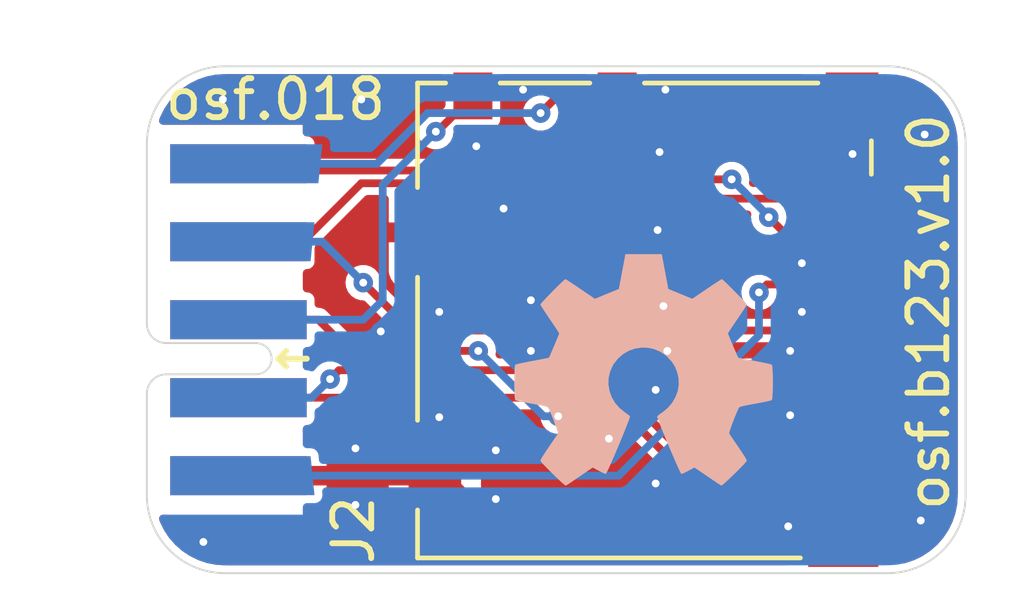
<source format=kicad_pcb>
(kicad_pcb (version 20211014) (generator pcbnew)
  (layers (0 "F.Cu" signal) (31 "B.Cu" signal) (34 "B.Paste" user) (35 "F.Paste" user) (36 "B.SilkS" user "B.Silkscreen") (37 "F.SilkS" user "F.Silkscreen") (38 "B.Mask" user) (39 "F.Mask" user) (44 "Edge.Cuts" user))
  (net 0 "")
  (net 1 "GND")
  (net 2 "/sd/SD0")
  (net 3 "/sd/SD1")
  (net 4 "/sd/SD2")
  (net 5 "/sd/SD3")
  (net 6 "/sd/CS")
  (net 7 "/sd/SCLK")
  (net 8 "/sd/SW0")
  (net 9 "/sd/3.3V")
  (net 10 "/sd/SW1")
  (footprint "on_edge:on_edge_2x05_host" (layer "F.Cu") (at 140 96.5 90)
    (fp_text reference "J1")
    (fp_text value "018_QSPI")
    (fp_line (start -0.8 3.573) (end -1 3.373) (layer "F.SilkS") (width 0.153))
    (fp_line (start -1 4.1) (end -1 3.373) (layer "F.SilkS") (width 0.153))
    (fp_line (start -1 3.373) (end -1.2 3.573) (layer "F.SilkS") (width 0.153))
    (fp_line (start -4 0) (end -1.9 0) (layer "Edge.Cuts") (width 0.05))
    (fp_line (start -0.1 0) (end 4 0) (layer "Edge.Cuts") (width 0.05))
    (fp_line (start -1.4 0.5) (end -1.4 2.8) (layer "Edge.Cuts") (width 0.05))
    (fp_line (start -0.6 2.8) (end -0.6 0.5) (layer "Edge.Cuts") (width 0.05))
    (fp_arc (start -1.9 0) (mid -1.546447 0.146447) (end -1.4 0.5) (layer "Edge.Cuts") (width 0.05))
    (fp_arc (start -0.6 2.8) (mid -1 3.2) (end -1.4 2.8) (layer "Edge.Cuts") (width 0.05))
    (fp_arc (start -0.6 0.5) (mid -0.453553 0.146447) (end -0.1 0) (layer "Edge.Cuts") (width 0.05))
    (pad "1" smd rect (at -4 2.35 90) (size 1 3.5) (layers "F.Cu" "F.Mask") (net 1 "GND"))
    (pad "2" smd rect (at -2 2.35 90) (size 1 3.5) (layers "F.Cu" "F.Mask") (net 2 "/sd/SD0"))
    (pad "3" smd rect (at 0 2.35 90) (size 1 3.5) (layers "F.Cu" "F.Mask") (net 3 "/sd/SD1"))
    (pad "4" smd rect (at 2 2.35 90) (size 1 3.5) (layers "F.Cu" "F.Mask") (net 4 "/sd/SD2"))
    (pad "5" smd rect (at 4 2.35 90) (size 1 3.5) (layers "F.Cu" "F.Mask") (net 5 "/sd/SD3"))
    (pad "6" smd custom (at -4 2.4 270) (size 1 3.6) (layers "B.Cu" "B.Mask") (net 6 "/sd/CS") (options (clearance outline) (anchor rect)) (primitives (gr_poly (pts (xy 0.5 -1.8) (xy -0.5 -1.8) (xy 0.5 -1.9)) (width 0) (fill yes))))
    (pad "7" smd rect (at -2 2.35 270) (size 1 3.5) (layers "B.Cu" "B.Mask") (net 7 "/sd/SCLK"))
    (pad "8" smd rect (at 0 2.35 270) (size 1 3.5) (layers "B.Cu" "B.Mask") (net 8 "/sd/SW0"))
    (pad "9" smd custom (at 2 2.4 270) (size 1 3.6) (layers "B.Cu" "B.Mask") (net 9 "/sd/3.3V") (options (clearance outline) (anchor rect)) (primitives (gr_poly (pts (xy 0.5 -1.8) (xy -0.5 -1.8) (xy -0.5 -1.9)) (width 0) (fill yes))))
    (pad "10" smd custom (at 4 2.5 270) (size 1 3.8) (layers "B.Cu" "B.Mask") (net 10 "/sd/SW1") (options (clearance outline) (anchor rect)) (primitives (gr_poly (pts (xy 0.5 -1.9) (xy -0.5 -1.9) (xy -0.5 -2)) (width 0) (fill yes))))
    (zone (net 0) (net_name "") (layers F&B.Cu) (connect_pads (clearance 0)) (min_thickness 0.254)
      (keepout (tracks allowed) (vias not_allowed) (pads allowed) (copperpour not_allowed) (footprints not_allowed))
      (fill (thermal_gap 0.508) (thermal_bridge_width 0.508))
      (polygon (pts (xy 144 91.5) (xy 144 101.5) (xy 140 101.5) (xy 140 91.5)))
    )
  )
  (footprint "Connector_Card:microSD_HC_Molex_104031-0811" (layer "F.Cu") (at 152.7625 96.5 -90)
    (fp_text reference "J2" (at 5.4 7.4625 90) (layer "F.SilkS"))
    (fp_text value "Micro_SD_Card_Det")
    (fp_line (start -6.07 1.4) (end -6.07 3.7) (layer "F.SilkS") (width 0.12))
    (fp_line (start -6.07 5.82) (end -3.39 5.82) (layer "F.SilkS") (width 0.12))
    (fp_line (start 6.11 5.82) (end 6.11 -4) (layer "F.SilkS") (width 0.12))
    (fp_line (start 4.88 5.82) (end 6.11 5.82) (layer "F.SilkS") (width 0.12))
    (fp_line (start -4.59 -5.82) (end -3.73 -5.82) (layer "F.SilkS") (width 0.12))
    (fp_line (start -6.07 5.1) (end -6.07 5.82) (layer "F.SilkS") (width 0.12))
    (fp_line (start -6.07 -4.45) (end -6.07 0) (layer "F.SilkS") (width 0.12))
    (fp_line (start -1.09 5.82) (end 2.58 5.82) (layer "F.SilkS") (width 0.12))
    (pad "1" smd rect (at -3.105 -5.45 270) (size 0.85 1.1) (layers "F.Cu" "F.Paste" "F.Mask") (net 4 "/sd/SD2"))
    (pad "2" smd rect (at -2.005 -5.45 270) (size 0.85 1.1) (layers "F.Cu" "F.Paste" "F.Mask") (net 5 "/sd/SD3"))
    (pad "3" smd rect (at -0.905 -5.45 270) (size 0.85 1.1) (layers "F.Cu" "F.Paste" "F.Mask") (net 6 "/sd/CS"))
    (pad "4" smd rect (at 0.195 -5.45 270) (size 0.85 1.1) (layers "F.Cu" "F.Paste" "F.Mask") (net 9 "/sd/3.3V"))
    (pad "5" smd rect (at 1.295 -5.45 270) (size 0.85 1.1) (layers "F.Cu" "F.Paste" "F.Mask") (net 7 "/sd/SCLK"))
    (pad "6" smd rect (at 2.395 -5.45 270) (size 0.85 1.1) (layers "F.Cu" "F.Paste" "F.Mask") (net 1 "GND"))
    (pad "7" smd rect (at 3.495 -5.45 270) (size 0.85 1.1) (layers "F.Cu" "F.Paste" "F.Mask") (net 2 "/sd/SD0"))
    (pad "8" smd rect (at 4.545 -5.45 270) (size 0.75 1.1) (layers "F.Cu" "F.Paste" "F.Mask") (net 3 "/sd/SD1"))
    (pad "9" smd rect (at -5.74 0.7 270) (size 1.2 1) (layers "F.Cu" "F.Paste" "F.Mask") (net 10 "/sd/SW1"))
    (pad "10" smd rect (at -5.74 4.4 270) (size 1.2 1) (layers "F.Cu" "F.Paste" "F.Mask") (net 8 "/sd/SW0"))
    (pad "11" smd rect (at -5.565 -5.325 270) (size 1.55 1.35) (layers "F.Cu" "F.Paste" "F.Mask") (net 1 "GND"))
    (pad "11" smd rect (at 5.755 -5.1 270) (size 1.17 1.8) (layers "F.Cu" "F.Paste" "F.Mask") (net 1 "GND"))
    (pad "11" smd rect (at 3.73 5.375 270) (size 1.9 1.35) (layers "F.Cu" "F.Paste" "F.Mask") (net 1 "GND"))
    (pad "11" smd rect (at -2.24 5.375 270) (size 1.9 1.35) (layers "F.Cu" "F.Paste" "F.Mask") (net 1 "GND"))
  )
  (footprint "Symbol:OSHW-Symbol_6.7x6mm_SilkScreen" (layer "B.Cu") (at 152.75 97.8 180)
    (fp_text reference "LOGO1" hide)
    (fp_text value "Logo_Open_Hardware_Small" hide)
    (fp_poly (pts (xy 0.555814 2.531069) (xy 0.639635 2.086445) (xy 0.94892 1.958947) (xy 1.258206 1.831449) (xy 1.629246 2.083754) (xy 1.733157 2.154004) (xy 1.827087 2.216728) (xy 1.906652 2.269062) (xy 1.96747 2.308143) (xy 2.005157 2.331107) (xy 2.015421 2.336058) (xy 2.03391 2.323324) (xy 2.07342 2.288118) (xy 2.129522 2.234938) (xy 2.197787 2.168282) (xy 2.273786 2.092646) (xy 2.353092 2.012528) (xy 2.431275 1.932426) (xy 2.503907 1.856836) (xy 2.566559 1.790255) (xy 2.614803 1.737182) (xy 2.64421 1.702113) (xy 2.651241 1.690377) (xy 2.641123 1.66874) (xy 2.612759 1.621338) (xy 2.569129 1.552807) (xy 2.513218 1.467785) (xy 2.448006 1.370907) (xy 2.410219 1.31565) (xy 2.341343 1.214752) (xy 2.28014 1.123701) (xy 2.229578 1.04703) (xy 2.192628 0.989272) (xy 2.172258 0.954957) (xy 2.169197 0.947746) (xy 2.176136 0.927252) (xy 2.195051 0.879487) (xy 2.223087 0.811168) (xy 2.257391 0.729011) (xy 2.295109 0.63973) (xy 2.333387 0.550042) (xy 2.36937 0.466662) (xy 2.400206 0.396306) (xy 2.423039 0.34569) (xy 2.435017 0.321529) (xy 2.435724 0.320578) (xy 2.454531 0.315964) (xy 2.504618 0.305672) (xy 2.580793 0.290713) (xy 2.677865 0.272099) (xy 2.790643 0.250841) (xy 2.856442 0.238582) (xy 2.97695 0.215638) (xy 3.085797 0.193805) (xy 3.177476 0.174278) (xy 3.246481 0.158252) (xy 3.287304 0.146921) (xy 3.295511 0.143326) (xy 3.303548 0.118994) (xy 3.310033 0.064041) (xy 3.31497 -0.015108) (xy 3.318364 -0.112026) (xy 3.320218 -0.220287) (xy 3.320538 -0.333465) (xy 3.319327 -0.445135) (xy 3.31659 -0.548868) (xy 3.312331 -0.638241) (xy 3.306555 -0.706826) (xy 3.299267 -0.748197) (xy 3.294895 -0.75681) (xy 3.268764 -0.767133) (xy 3.213393 -0.781892) (xy 3.136107 -0.799352) (xy 3.04423 -0.81778) (xy 3.012158 -0.823741) (xy 2.857524 -0.852066) (xy 2.735375 -0.874876) (xy 2.641673 -0.89308) (xy 2.572384 -0.907583) (xy 2.523471 -0.919292) (xy 2.490897 -0.929115) (xy 2.470628 -0.937956) (xy 2.458626 -0.946724) (xy 2.456947 -0.948457) (xy 2.440184 -0.976371) (xy 2.414614 -1.030695) (xy 2.382788 -1.104777) (xy 2.34726 -1.191965) (xy 2.310583 -1.285608) (xy 2.275311 -1.379052) (xy 2.243996 -1.465647) (xy 2.219193 -1.53874) (xy 2.203454 -1.591678) (xy 2.199332 -1.617811) (xy 2.199676 -1.618726) (xy 2.213641 -1.640086) (xy 2.245322 -1.687084) (xy 2.291391 -1.754827) (xy 2.348518 -1.838423) (xy 2.413373 -1.932982) (xy 2.431843 -1.959854) (xy 2.497699 -2.057275) (xy 2.55565 -2.146163) (xy 2.602538 -2.221412) (xy 2.635207 -2.27792) (xy 2.6505 -2.310581) (xy 2.651241 -2.314593) (xy 2.638392 -2.335684) (xy 2.602888 -2.377464) (xy 2.549293 -2.435445) (xy 2.482171 -2.505135) (xy 2.406087 -2.582045) (xy 2.325604 -2.661683) (xy 2.245287 -2.739561) (xy 2.169699 -2.811186) (xy 2.103405 -2.87207) (xy 2.050969 -2.917721) (xy 2.016955 -2.94365) (xy 2.007545 -2.947883) (xy 1.985643 -2.937912) (xy 1.9408 -2.91102) (xy 1.880321 -2.871736) (xy 1.833789 -2.840117) (xy 1.749475 -2.782098) (xy 1.649626 -2.713784) (xy 1.549473 -2.645579) (xy 1.495627 -2.609075) (xy 1.313371 -2.4858) (xy 1.160381 -2.56852) (xy 1.090682 -2.604759) (xy 1.031414 -2.632926) (xy 0.991311 -2.648991) (xy 0.981103 -2.651226) (xy 0.968829 -2.634722) (xy 0.944613 -2.588082) (xy 0.910263 -2.515609) (xy 0.867588 -2.421606) (xy 0.818394 -2.310374) (xy 0.76449 -2.186215) (xy 0.707684 -2.053432) (xy 0.649782 -1.916327) (xy 0.592593 -1.779202) (xy 0.537924 -1.646358) (xy 0.487584 -1.522098) (xy 0.44338 -1.410725) (xy 0.407119 -1.316539) (xy 0.380609 -1.243844) (xy 0.365658 -1.196941) (xy 0.363254 -1.180833) (xy 0.382311 -1.160286) (xy 0.424036 -1.126933) (xy 0.479706 -1.087702) (xy 0.484378 -1.084599) (xy 0.628264 -0.969423) (xy 0.744283 -0.835053) (xy 0.83143 -0.685784) (xy 0.888699 -0.525913) (xy 0.915086 -0.359737) (xy 0.909585 -0.191552) (xy 0.87119 -0.025655) (xy 0.798895 0.133658) (xy 0.777626 0.168513) (xy 0.666996 0.309263) (xy 0.536302 0.422286) (xy 0.390064 0.506997) (xy 0.232808 0.562806) (xy 0.069057 0.589126) (xy -0.096667 0.58537) (xy -0.259838 0.55095) (xy -0.415935 0.485277) (xy -0.560433 0.387765) (xy -0.605131 0.348187) (xy -0.718888 0.224297) (xy -0.801782 0.093876) (xy -0.858644 -0.052315) (xy -0.890313 -0.197088) (xy -0.898131 -0.35986) (xy -0.872062 -0.52344) (xy -0.814755 -0.682298) (xy -0.728856 -0.830906) (xy -0.617014 -0.963735) (xy -0.481877 -1.075256) (xy -0.464117 -1.087011) (xy -0.40785 -1.125508) (xy -0.365077 -1.158863) (xy -0.344628 -1.18016) (xy -0.344331 -1.180833) (xy -0.348721 -1.203871) (xy -0.366124 -1.256157) (xy -0.394732 -1.33339) (xy -0.432735 -1.431268) (xy -0.478326 -1.545491) (xy -0.529697 -1.671758) (xy -0.585038 -1.805767) (xy -0.642542 -1.943218) (xy -0.700399 -2.079808) (xy -0.756802 -2.211237) (xy -0.809942 -2.333205) (xy -0.85801 -2.441409) (xy -0.899199 -2.531549) (xy -0.931699 -2.599323) (xy -0.953703 -2.64043) (xy -0.962564 -2.651226) (xy -0.98964 -2.642819) (xy -1.040303 -2.620272) (xy -1.105817 -2.587613) (xy -1.141841 -2.56852) (xy -1.294832 -2.4858) (xy -1.477088 -2.609075) (xy -1.570125 -2.672228) (xy -1.671985 -2.741727) (xy -1.767438 -2.807165) (xy -1.81525 -2.840117) (xy -1.882495 -2.885273) (xy -1.939436 -2.921057) (xy -1.978646 -2.942938) (xy -1.991381 -2.947563) (xy -2.009917 -2.935085) (xy -2.050941 -2.900252) (xy -2.110475 -2.846678) (xy -2.184542 -2.777983) (xy -2.269165 -2.697781) (xy -2.322685 -2.646286) (xy -2.416319 -2.554286) (xy -2.497241 -2.471999) (xy -2.562177 -2.402945) (xy -2.607858 -2.350644) (xy -2.631011 -2.318616) (xy -2.633232 -2.312116) (xy -2.622924 -2.287394) (xy -2.594439 -2.237405) (xy -2.550937 -2.167212) (xy -2.495577 -2.081875) (xy -2.43152 -1.986456) (xy -2.413303 -1.959854) (xy -2.346927 -1.863167) (xy -2.287378 -1.776117) (xy -2.237984 -1.703595) (xy -2.202075 -1.650493) (xy -2.182981 -1.621703) (xy -2.181136 -1.618726) (xy -2.183895 -1.595782) (xy -2.198538 -1.545336) (xy -2.222513 -1.474041) (xy -2.253266 -1.388547) (xy -2.288244 -1.295507) (xy -2.324893 -1.201574) (xy -2.360661 -1.113399) (xy -2.392994 -1.037634) (xy -2.419338 -0.980931) (xy -2.437142 -0.949943) (xy -2.438407 -0.948457) (xy -2.449294 -0.939601) (xy -2.467682 -0.930843) (xy -2.497606 -0.921277) (xy -2.543103 -0.909996) (xy -2.608209 -0.896093) (xy -2.696961 -0.878663) (xy -2.813393 -0.856798) (xy -2.961542 -0.829591) (xy -2.993618 -0.823741) (xy -3.088686 -0.805374) (xy -3.171565 -0.787405) (xy -3.23493 -0.771569) (xy -3.271458 -0.7596) (xy -3.276356 -0.75681) (xy -3.284427 -0.732072) (xy -3.290987 -0.67679) (xy -3.296033 -0.597389) (xy -3.299559 -0.500296) (xy -3.301561 -0.391938) (xy -3.302036 -0.27874) (xy -3.300977 -0.167128) (xy -3.298382 -0.063529) (xy -3.294246 0.025632) (xy -3.288563 0.093928) (xy -3.281331 0.134934) (xy -3.276971 0.143326) (xy -3.252698 0.151792) (xy -3.197426 0.165565) (xy -3.116662 0.18345) (xy -3.015912 0.204252) (xy -2.900683 0.226777) (xy -2.837902 0.238582) (xy -2.718787 0.260849) (xy -2.612565 0.281021) (xy -2.524427 0.298085) (xy -2.459566 0.311031) (xy -2.423174 0.318845) (xy -2.417184 0.320578) (xy -2.407061 0.34011) (xy -2.385662 0.387157) (xy -2.355839 0.454997) (xy -2.320445 0.536909) (xy -2.282332 0.626172) (xy -2.244353 0.716065) (xy -2.20936 0.799865) (xy -2.180206 0.870853) (xy -2.159743 0.922306) (xy -2.150823 0.947503) (xy -2.150657 0.948604) (xy -2.160769 0.968481) (xy -2.189117 1.014223) (xy -2.232723 1.081283) (xy -2.288606 1.165116) (xy -2.353787 1.261174) (xy -2.391679 1.31635) (xy -2.460725 1.417519) (xy -2.52205 1.50937) (xy -2.572663 1.587256) (xy -2.609571 1.646531) (xy -2.629782 1.682549) (xy -2.632701 1.690623) (xy -2.620153 1.709416) (xy -2.585463 1.749543) (xy -2.533063 1.806507) (xy -2.467384 1.875815) (xy -2.392856 1.952969) (xy -2.313913 2.033475) (xy -2.234983 2.112837) (xy -2.1605 2.18656) (xy -2.094894 2.250148) (xy -2.042596 2.299106) (xy -2.008039 2.328939) (xy -1.996478 2.336058) (xy -1.977654 2.326047) (xy -1.932631 2.297922) (xy -1.865787 2.254546) (xy -1.781499 2.198782) (xy -1.684144 2.133494) (xy -1.610707 2.083754) (xy -1.239667 1.831449) (xy -0.621095 2.086445) (xy -0.537275 2.531069) (xy -0.453454 2.975693) (xy 0.471994 2.975693) (xy 0.555814 2.531069)) (layer "B.SilkS") (width 0.01) (fill solid))
  )
  (gr_line (start 142 90) (end 159 90) (layer "Edge.Cuts") (width 0.05))
  (gr_line (start 140 92.5) (end 140 92) (layer "Edge.Cuts") (width 0.05))
  (gr_arc (start 161 101) (mid 160.414214 102.414214) (end 159 103) (layer "Edge.Cuts") (width 0.05))
  (gr_line (start 159 103) (end 142 103) (layer "Edge.Cuts") (width 0.05))
  (gr_arc (start 159 90) (mid 160.414214 90.585786) (end 161 92) (layer "Edge.Cuts") (width 0.05))
  (gr_line (start 140 101) (end 140 100.5) (layer "Edge.Cuts") (width 0.05))
  (gr_arc (start 142 103) (mid 140.585786 102.414214) (end 140 101) (layer "Edge.Cuts") (width 0.05))
  (gr_line (start 161 101) (end 161 92) (layer "Edge.Cuts") (width 0.05))
  (gr_arc (start 140 92) (mid 140.585786 90.585786) (end 142 90) (layer "Edge.Cuts") (width 0.05))
  (gr_text "osf.b123.v1.0" (at 160.05 96.3 90) (layer "F.SilkS") (effects (font (size 1 1))))
  (gr_text "osf.018" (at 143.3 90.85) (layer "F.SilkS") (effects (font (size 1 1))))
  (segment (start 147.5 100.1175) (end 147.3875 100.23) (width 0.5) (layer "F.Cu") (net 1))
  (segment (start 142.35 100.5) (end 147.1175 100.5) (width 0.5) (layer "F.Cu") (net 1))
  (segment (start 158.0875 90.935) (end 158.0875 92.2375) (width 0.5) (layer "F.Cu") (net 1))
  (segment (start 147.3875 94.26) (end 147.3875 96.1875) (width 0.5) (layer "F.Cu") (net 1))
  (segment (start 156.905 102.255) (end 156.45 101.8) (width 0.5) (layer "F.Cu") (net 1))
  (segment (start 156.5 98.95) (end 158.1575 98.95) (width 0.5) (layer "F.Cu") (net 1))
  (segment (start 147.3875 96.1875) (end 147.5 96.3) (width 0.5) (layer "F.Cu") (net 1))
  (segment (start 157.8625 102.255) (end 156.905 102.255) (width 0.5) (layer "F.Cu") (net 1))
  (segment (start 147.1175 100.5) (end 147.3875 100.23) (width 0.5) (layer "F.Cu") (net 1))
  (segment (start 158.1575 98.95) (end 158.2125 98.895) (width 0.5) (layer "F.Cu") (net 1))
  (segment (start 149.255 102.255) (end 157.8625 102.255) (width 0.5) (layer "F.Cu") (net 1))
  (segment (start 147.3875 100.23) (end 147.3875 100.3875) (width 0.5) (layer "F.Cu") (net 1))
  (segment (start 147.3875 100.3875) (end 149.255 102.255) (width 0.5) (layer "F.Cu") (net 1))
  (segment (start 158.0875 92.2375) (end 158.1 92.25) (width 0.5) (layer "F.Cu") (net 1))
  (segment (start 147.5 99) (end 147.5 100.1175) (width 0.5) (layer "F.Cu") (net 1))
  (via (at 153.3 90.6) (size 0.5) (drill 0.2) (layers "F.Cu" "B.Cu") (net 1))
  (via (at 147.5 96.3) (size 0.5) (drill 0.2) (layers "F.Cu" "B.Cu") (net 1))
  (via (at 158.1 92.25) (size 0.5) (drill 0.2) (layers "F.Cu" "B.Cu") (net 1))
  (via (at 156.45 101.8) (size 0.5) (drill 0.2) (layers "F.Cu" "B.Cu") (net 1))
  (via (at 145.5 90.85) (size 0.5) (drill 0.2) (layers "F.Cu" "B.Cu") (net 1))
  (via (at 141.45 102.2) (size 0.5) (drill 0.2) (layers "F.Cu" "B.Cu") (net 1))
  (via (at 159.95 91.75) (size 0.5) (drill 0.2) (layers "F.Cu" "B.Cu") (net 1))
  (via (at 151.85 99.55) (size 0.5) (drill 0.2) (layers "F.Cu" "B.Cu") (net 1))
  (via (at 153.35 97.3) (size 0.5) (drill 0.2) (layers "F.Cu" "B.Cu") (net 1))
  (via (at 153.05 100.7) (size 0.5) (drill 0.2) (layers "F.Cu" "B.Cu") (net 1))
  (via (at 145.35 101.25) (size 0.5) (drill 0.2) (layers "F.Cu" "B.Cu") (net 1))
  (via (at 156.8 95.05) (size 0.5) (drill 0.2) (layers "F.Cu" "B.Cu") (net 1))
  (via (at 149.85 97.3) (size 0.5) (drill 0.2) (layers "F.Cu" "B.Cu") (net 1))
  (via (at 153.15 92.2) (size 0.5) (drill 0.2) (layers "F.Cu" "B.Cu") (net 1))
  (via (at 141.95 90.85) (size 0.5) (drill 0.2) (layers "F.Cu" "B.Cu") (net 1))
  (via (at 149.15 93.65) (size 0.5) (drill 0.2) (layers "F.Cu" "B.Cu") (net 1))
  (via (at 148.95 99.85) (size 0.5) (drill 0.2) (layers "F.Cu" "B.Cu") (net 1))
  (via (at 156.8 96.3) (size 0.5) (drill 0.2) (layers "F.Cu" "B.Cu") (net 1))
  (via (at 159.85 101.65) (size 0.5) (drill 0.2) (layers "F.Cu" "B.Cu") (net 1))
  (via (at 147.5 99) (size 0.5) (drill 0.2) (layers "F.Cu" "B.Cu") (net 1))
  (via (at 148.95 101.1) (size 0.5) (drill 0.2) (layers "F.Cu" "B.Cu") (net 1))
  (via (at 148.45 92.05) (size 0.5) (drill 0.2) (layers "F.Cu" "B.Cu") (net 1))
  (via (at 153.05 98.3) (size 0.5) (drill 0.2) (layers "F.Cu" "B.Cu") (net 1))
  (via (at 153.1 94.2) (size 0.5) (drill 0.2) (layers "F.Cu" "B.Cu") (net 1))
  (via (at 146 96.8) (size 0.5) (drill 0.2) (layers "F.Cu" "B.Cu") (net 1))
  (via (at 156.5 97.3) (size 0.5) (drill 0.2) (layers "F.Cu" "B.Cu") (net 1))
  (via (at 149.65 90.6) (size 0.5) (drill 0.2) (layers "F.Cu" "B.Cu") (net 1))
  (via (at 156.5 98.95) (size 0.5) (drill 0.2) (layers "F.Cu" "B.Cu") (net 1))
  (via (at 149.85 96) (size 0.5) (drill 0.2) (layers "F.Cu" "B.Cu") (net 1))
  (via (at 145.35 99.8) (size 0.5) (drill 0.2) (layers "F.Cu" "B.Cu") (net 1))
  (via (at 153.25 96.15) (size 0.5) (drill 0.2) (layers "F.Cu" "B.Cu") (net 1))
  (segment (start 156.45 101.8) (end 156.45 99) (width 0.5) (layer "B.Cu") (net 1))
  (segment (start 158.1 92.25) (end 158.1 97.35) (width 0.5) (layer "B.Cu") (net 1))
  (segment (start 147.5 96.3) (end 147.5 99) (width 0.5) (layer "B.Cu") (net 1))
  (segment (start 158.1 97.35) (end 156.5 98.95) (width 0.5) (layer "B.Cu") (net 1))
  (segment (start 156.45 99) (end 156.5 98.95) (width 0.5) (layer "B.Cu") (net 1))
  (segment (start 158.2125 99.995) (end 153.845 99.995) (width 0.2) (layer "F.Cu") (net 2))
  (segment (start 152.35 98.5) (end 142.35 98.5) (width 0.2) (layer "F.Cu") (net 2))
  (segment (start 153.845 99.995) (end 152.35 98.5) (width 0.2) (layer "F.Cu") (net 2))
  (segment (start 153.15 99.8) (end 152.3265 98.9765) (width 0.2) (layer "F.Cu") (net 3))
  (segment (start 145.2 97.3) (end 144.4 96.5) (width 0.2) (layer "F.Cu") (net 3))
  (segment (start 148.5 97.3) (end 145.2 97.3) (width 0.2) (layer "F.Cu") (net 3))
  (segment (start 154.395 101.045) (end 153.15 99.8) (width 0.2) (layer "F.Cu") (net 3))
  (segment (start 158.2125 101.045) (end 154.395 101.045) (width 0.2) (layer "F.Cu") (net 3))
  (segment (start 152.3265 98.9765) (end 150.55 98.9765) (width 0.2) (layer "F.Cu") (net 3))
  (segment (start 144.4 96.5) (end 142.35 96.5) (width 0.2) (layer "F.Cu") (net 3))
  (via (at 150.55 98.9765) (size 0.5) (drill 0.2) (layers "F.Cu" "B.Cu") (net 3))
  (via (at 148.5 97.3) (size 0.5) (drill 0.2) (layers "F.Cu" "B.Cu") (net 3))
  (segment (start 150.1765 98.9765) (end 148.5 97.3) (width 0.2) (layer "B.Cu") (net 3))
  (segment (start 150.55 98.9765) (end 150.1765 98.9765) (width 0.2) (layer "B.Cu") (net 3))
  (segment (start 144 94.5) (end 142.35 94.5) (width 0.2) (layer "F.Cu") (net 4))
  (segment (start 151.105 93.395) (end 150.71 93) (width 0.2) (layer "F.Cu") (net 4))
  (segment (start 150.71 93) (end 145.5 93) (width 0.2) (layer "F.Cu") (net 4))
  (segment (start 158.2125 93.395) (end 151.105 93.395) (width 0.2) (layer "F.Cu") (net 4))
  (segment (start 145.5 93) (end 144 94.5) (width 0.2) (layer "F.Cu") (net 4))
  (segment (start 156.5735 94.495) (end 158.2125 94.495) (width 0.2) (layer "F.Cu") (net 5))
  (segment (start 151.073 92.673) (end 142.523 92.673) (width 0.2) (layer "F.Cu") (net 5))
  (segment (start 142.523 92.673) (end 142.35 92.5) (width 0.2) (layer "F.Cu") (net 5))
  (segment (start 155.95 93.8715) (end 156.5735 94.495) (width 0.2) (layer "F.Cu") (net 5))
  (segment (start 155 92.9) (end 151.3 92.9) (width 0.2) (layer "F.Cu") (net 5))
  (segment (start 151.3 92.9) (end 151.073 92.673) (width 0.2) (layer "F.Cu") (net 5))
  (via (at 155.95 93.8715) (size 0.5) (drill 0.2) (layers "F.Cu" "B.Cu") (net 5))
  (via (at 155 92.9) (size 0.5) (drill 0.2) (layers "F.Cu" "B.Cu") (net 5))
  (segment (start 155.95 93.8715) (end 155.95 93.85) (width 0.2) (layer "B.Cu") (net 5))
  (segment (start 155.95 93.85) (end 155 92.9) (width 0.2) (layer "B.Cu") (net 5))
  (segment (start 155.905 95.595) (end 158.2125 95.595) (width 0.2) (layer "F.Cu") (net 6))
  (segment (start 155.7 95.8) (end 155.905 95.595) (width 0.2) (layer "F.Cu") (net 6))
  (via (at 155.7 95.8) (size 0.5) (drill 0.2) (layers "F.Cu" "B.Cu") (net 6))
  (segment (start 152.1 100.5) (end 142.4 100.5) (width 0.2) (layer "B.Cu") (net 6))
  (segment (start 155.7 95.8) (end 155.7 96.9) (width 0.2) (layer "B.Cu") (net 6))
  (segment (start 155.7 96.9) (end 152.1 100.5) (width 0.2) (layer "B.Cu") (net 6))
  (segment (start 144.7 98.0235) (end 144.9285 97.795) (width 0.2) (layer "F.Cu") (net 7))
  (segment (start 144.9285 97.795) (end 158.2125 97.795) (width 0.2) (layer "F.Cu") (net 7))
  (via (at 144.7 98.0235) (size 0.5) (drill 0.2) (layers "F.Cu" "B.Cu") (net 7))
  (segment (start 144.7 98.0235) (end 144.2235 98.5) (width 0.2) (layer "B.Cu") (net 7))
  (segment (start 144.2235 98.5) (end 142.35 98.5) (width 0.2) (layer "B.Cu") (net 7))
  (segment (start 147.446 91.6765) (end 148.3625 90.76) (width 0.2) (layer "F.Cu") (net 8))
  (segment (start 147.411937 91.6765) (end 147.446 91.6765) (width 0.2) (layer "F.Cu") (net 8))
  (via (at 147.411937 91.6765) (size 0.5) (drill 0.2) (layers "F.Cu" "B.Cu") (net 8))
  (segment (start 146.05 96) (end 145.55 96.5) (width 0.2) (layer "B.Cu") (net 8))
  (segment (start 147.411937 91.6765) (end 146.05 93.038437) (width 0.2) (layer "B.Cu") (net 8))
  (segment (start 146.05 93.038437) (end 146.05 96) (width 0.2) (layer "B.Cu") (net 8))
  (segment (start 145.55 96.5) (end 142.35 96.5) (width 0.2) (layer "B.Cu") (net 8))
  (segment (start 146.777 96.777) (end 158.1305 96.777) (width 0.2) (layer "F.Cu") (net 9))
  (segment (start 158.1305 96.777) (end 158.2125 96.695) (width 0.2) (layer "F.Cu") (net 9))
  (segment (start 145.55 95.55) (end 146.777 96.777) (width 0.2) (layer "F.Cu") (net 9))
  (via (at 145.55 95.55) (size 0.5) (drill 0.2) (layers "F.Cu" "B.Cu") (net 9))
  (segment (start 145.55 95.55) (end 144.5 94.5) (width 0.2) (layer "B.Cu") (net 9))
  (segment (start 144.5 94.5) (end 142.4 94.5) (width 0.2) (layer "B.Cu") (net 9))
  (segment (start 150.54 90.76) (end 152.0625 90.76) (width 0.2) (layer "F.Cu") (net 10))
  (segment (start 150.1 91.2) (end 150.54 90.76) (width 0.2) (layer "F.Cu") (net 10))
  (via (at 150.1 91.2) (size 0.5) (drill 0.2) (layers "F.Cu" "B.Cu") (net 10))
  (segment (start 145.9 92.5) (end 142.5 92.5) (width 0.2) (layer "B.Cu") (net 10))
  (segment (start 147.2 91.2) (end 145.9 92.5) (width 0.2) (layer "B.Cu") (net 10))
  (segment (start 150.1 91.2) (end 147.2 91.2) (width 0.2) (layer "B.Cu") (net 10))
  (zone (net 1) (net_name "GND") (layers F&B.Cu) (connect_pads (clearance 0.2)) (min_thickness 0.2) (fill yes (thermal_gap 0.508) (thermal_bridge_width 0.508))
    (polygon (pts (xy 162.45 103.7) (xy 138.65 104) (xy 138.65 88.45) (xy 162.5 88.3)))
  )
)
</source>
